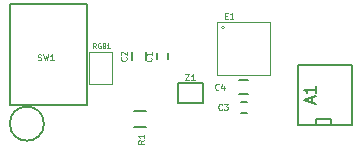
<source format=gbr>
G04 #@! TF.FileFunction,Legend,Top*
%FSLAX46Y46*%
G04 Gerber Fmt 4.6, Leading zero omitted, Abs format (unit mm)*
G04 Created by KiCad (PCBNEW 4.0.1-3.201512221402+6198~38~ubuntu15.04.1-stable) date Sat 02 Jan 2016 12:46:19 AM EST*
%MOMM*%
G01*
G04 APERTURE LIST*
%ADD10C,0.100000*%
%ADD11C,0.200000*%
%ADD12C,0.150000*%
%ADD13C,0.030000*%
%ADD14C,0.125000*%
G04 APERTURE END LIST*
D10*
D11*
X37342221Y-40600000D02*
G75*
G03X37342221Y-40600000I-1442221J0D01*
G01*
D12*
X41000000Y-39000000D02*
X34500000Y-39000000D01*
X34500000Y-39000000D02*
X34500000Y-30500000D01*
X34500000Y-30500000D02*
X41000000Y-30500000D01*
X41000000Y-30500000D02*
X41000000Y-39000000D01*
X58894000Y-40690000D02*
X58894000Y-35610000D01*
X58894000Y-35610000D02*
X63466000Y-35610000D01*
X63466000Y-35610000D02*
X63466000Y-40690000D01*
X63466000Y-40690000D02*
X58894000Y-40690000D01*
X60418000Y-40690000D02*
X60418000Y-40182000D01*
X60418000Y-40182000D02*
X61688000Y-40182000D01*
X61688000Y-40182000D02*
X61688000Y-40690000D01*
X46925000Y-34600000D02*
X46925000Y-35100000D01*
X47875000Y-35100000D02*
X47875000Y-34600000D01*
X44790000Y-35235000D02*
X44790000Y-34535000D01*
X45990000Y-34535000D02*
X45990000Y-35235000D01*
X54500000Y-38755000D02*
X54000000Y-38755000D01*
X54000000Y-39705000D02*
X54500000Y-39705000D01*
X54600000Y-38120000D02*
X53900000Y-38120000D01*
X53900000Y-36920000D02*
X54600000Y-36920000D01*
D13*
X52651421Y-32480000D02*
G75*
G03X52651421Y-32480000I-141421J0D01*
G01*
X52010000Y-31980000D02*
X56510000Y-31980000D01*
X56510000Y-31980000D02*
X56510000Y-36480000D01*
X56510000Y-36480000D02*
X52010000Y-36480000D01*
X52010000Y-36480000D02*
X52010000Y-31980000D01*
D12*
X44970000Y-39545000D02*
X45970000Y-39545000D01*
X45970000Y-40895000D02*
X44970000Y-40895000D01*
X50809020Y-38880900D02*
X48710980Y-38880900D01*
X48710980Y-38880900D02*
X48710980Y-37179100D01*
X48710980Y-37179100D02*
X50809020Y-37179100D01*
X50809020Y-37179100D02*
X50809020Y-38880900D01*
D13*
X41192000Y-34565000D02*
X43097000Y-34565000D01*
X43097000Y-34565000D02*
X43097000Y-37232000D01*
X43097000Y-37232000D02*
X41192000Y-37232000D01*
X41192000Y-37232000D02*
X41192000Y-34565000D01*
D14*
X36833334Y-35202381D02*
X36904763Y-35226190D01*
X37023810Y-35226190D01*
X37071429Y-35202381D01*
X37095239Y-35178571D01*
X37119048Y-35130952D01*
X37119048Y-35083333D01*
X37095239Y-35035714D01*
X37071429Y-35011905D01*
X37023810Y-34988095D01*
X36928572Y-34964286D01*
X36880953Y-34940476D01*
X36857144Y-34916667D01*
X36833334Y-34869048D01*
X36833334Y-34821429D01*
X36857144Y-34773810D01*
X36880953Y-34750000D01*
X36928572Y-34726190D01*
X37047620Y-34726190D01*
X37119048Y-34750000D01*
X37285715Y-34726190D02*
X37404762Y-35226190D01*
X37500000Y-34869048D01*
X37595238Y-35226190D01*
X37714286Y-34726190D01*
X38166667Y-35226190D02*
X37880953Y-35226190D01*
X38023810Y-35226190D02*
X38023810Y-34726190D01*
X37976191Y-34797619D01*
X37928572Y-34845238D01*
X37880953Y-34869048D01*
D12*
X60076667Y-38864286D02*
X60076667Y-38388095D01*
X60362381Y-38959524D02*
X59362381Y-38626191D01*
X60362381Y-38292857D01*
X60362381Y-37435714D02*
X60362381Y-38007143D01*
X60362381Y-37721429D02*
X59362381Y-37721429D01*
X59505238Y-37816667D01*
X59600476Y-37911905D01*
X59648095Y-38007143D01*
D14*
X46418571Y-35018333D02*
X46442381Y-35042143D01*
X46466190Y-35113571D01*
X46466190Y-35161190D01*
X46442381Y-35232619D01*
X46394762Y-35280238D01*
X46347143Y-35304047D01*
X46251905Y-35327857D01*
X46180476Y-35327857D01*
X46085238Y-35304047D01*
X46037619Y-35280238D01*
X45990000Y-35232619D01*
X45966190Y-35161190D01*
X45966190Y-35113571D01*
X45990000Y-35042143D01*
X46013810Y-35018333D01*
X46466190Y-34542143D02*
X46466190Y-34827857D01*
X46466190Y-34685000D02*
X45966190Y-34685000D01*
X46037619Y-34732619D01*
X46085238Y-34780238D01*
X46109048Y-34827857D01*
X44308571Y-34973333D02*
X44332381Y-34997143D01*
X44356190Y-35068571D01*
X44356190Y-35116190D01*
X44332381Y-35187619D01*
X44284762Y-35235238D01*
X44237143Y-35259047D01*
X44141905Y-35282857D01*
X44070476Y-35282857D01*
X43975238Y-35259047D01*
X43927619Y-35235238D01*
X43880000Y-35187619D01*
X43856190Y-35116190D01*
X43856190Y-35068571D01*
X43880000Y-34997143D01*
X43903810Y-34973333D01*
X43903810Y-34782857D02*
X43880000Y-34759047D01*
X43856190Y-34711428D01*
X43856190Y-34592381D01*
X43880000Y-34544762D01*
X43903810Y-34520952D01*
X43951429Y-34497143D01*
X43999048Y-34497143D01*
X44070476Y-34520952D01*
X44356190Y-34806666D01*
X44356190Y-34497143D01*
X52416667Y-39388571D02*
X52392857Y-39412381D01*
X52321429Y-39436190D01*
X52273810Y-39436190D01*
X52202381Y-39412381D01*
X52154762Y-39364762D01*
X52130953Y-39317143D01*
X52107143Y-39221905D01*
X52107143Y-39150476D01*
X52130953Y-39055238D01*
X52154762Y-39007619D01*
X52202381Y-38960000D01*
X52273810Y-38936190D01*
X52321429Y-38936190D01*
X52392857Y-38960000D01*
X52416667Y-38983810D01*
X52583334Y-38936190D02*
X52892857Y-38936190D01*
X52726191Y-39126667D01*
X52797619Y-39126667D01*
X52845238Y-39150476D01*
X52869048Y-39174286D01*
X52892857Y-39221905D01*
X52892857Y-39340952D01*
X52869048Y-39388571D01*
X52845238Y-39412381D01*
X52797619Y-39436190D01*
X52654762Y-39436190D01*
X52607143Y-39412381D01*
X52583334Y-39388571D01*
X52136667Y-37688571D02*
X52112857Y-37712381D01*
X52041429Y-37736190D01*
X51993810Y-37736190D01*
X51922381Y-37712381D01*
X51874762Y-37664762D01*
X51850953Y-37617143D01*
X51827143Y-37521905D01*
X51827143Y-37450476D01*
X51850953Y-37355238D01*
X51874762Y-37307619D01*
X51922381Y-37260000D01*
X51993810Y-37236190D01*
X52041429Y-37236190D01*
X52112857Y-37260000D01*
X52136667Y-37283810D01*
X52565238Y-37402857D02*
X52565238Y-37736190D01*
X52446191Y-37212381D02*
X52327143Y-37569524D01*
X52636667Y-37569524D01*
D10*
X52664763Y-31444286D02*
X52831429Y-31444286D01*
X52902858Y-31706190D02*
X52664763Y-31706190D01*
X52664763Y-31206190D01*
X52902858Y-31206190D01*
X53379048Y-31706190D02*
X53093334Y-31706190D01*
X53236191Y-31706190D02*
X53236191Y-31206190D01*
X53188572Y-31277619D01*
X53140953Y-31325238D01*
X53093334Y-31349048D01*
D14*
X45826190Y-42013333D02*
X45588095Y-42180000D01*
X45826190Y-42299047D02*
X45326190Y-42299047D01*
X45326190Y-42108571D01*
X45350000Y-42060952D01*
X45373810Y-42037143D01*
X45421429Y-42013333D01*
X45492857Y-42013333D01*
X45540476Y-42037143D01*
X45564286Y-42060952D01*
X45588095Y-42108571D01*
X45588095Y-42299047D01*
X45826190Y-41537143D02*
X45826190Y-41822857D01*
X45826190Y-41680000D02*
X45326190Y-41680000D01*
X45397619Y-41727619D01*
X45445238Y-41775238D01*
X45469048Y-41822857D01*
X49315239Y-36406190D02*
X49648572Y-36406190D01*
X49315239Y-36906190D01*
X49648572Y-36906190D01*
X50100952Y-36906190D02*
X49815238Y-36906190D01*
X49958095Y-36906190D02*
X49958095Y-36406190D01*
X49910476Y-36477619D01*
X49862857Y-36525238D01*
X49815238Y-36549048D01*
D10*
X41738794Y-34192232D02*
X41605460Y-34001756D01*
X41510222Y-34192232D02*
X41510222Y-33792232D01*
X41662603Y-33792232D01*
X41700698Y-33811280D01*
X41719746Y-33830328D01*
X41738794Y-33868423D01*
X41738794Y-33925566D01*
X41719746Y-33963661D01*
X41700698Y-33982709D01*
X41662603Y-34001756D01*
X41510222Y-34001756D01*
X42119746Y-33811280D02*
X42081651Y-33792232D01*
X42024508Y-33792232D01*
X41967365Y-33811280D01*
X41929270Y-33849375D01*
X41910222Y-33887470D01*
X41891174Y-33963661D01*
X41891174Y-34020804D01*
X41910222Y-34096994D01*
X41929270Y-34135090D01*
X41967365Y-34173185D01*
X42024508Y-34192232D01*
X42062603Y-34192232D01*
X42119746Y-34173185D01*
X42138794Y-34154137D01*
X42138794Y-34020804D01*
X42062603Y-34020804D01*
X42443555Y-33982709D02*
X42500698Y-34001756D01*
X42519746Y-34020804D01*
X42538794Y-34058899D01*
X42538794Y-34116042D01*
X42519746Y-34154137D01*
X42500698Y-34173185D01*
X42462603Y-34192232D01*
X42310222Y-34192232D01*
X42310222Y-33792232D01*
X42443555Y-33792232D01*
X42481651Y-33811280D01*
X42500698Y-33830328D01*
X42519746Y-33868423D01*
X42519746Y-33906518D01*
X42500698Y-33944613D01*
X42481651Y-33963661D01*
X42443555Y-33982709D01*
X42310222Y-33982709D01*
X42919746Y-34192232D02*
X42691174Y-34192232D01*
X42805460Y-34192232D02*
X42805460Y-33792232D01*
X42767365Y-33849375D01*
X42729270Y-33887470D01*
X42691174Y-33906518D01*
M02*

</source>
